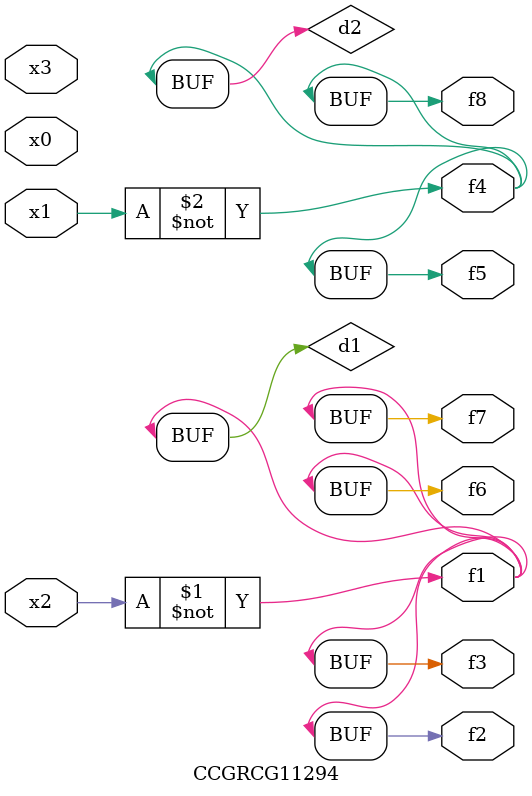
<source format=v>
module CCGRCG11294(
	input x0, x1, x2, x3,
	output f1, f2, f3, f4, f5, f6, f7, f8
);

	wire d1, d2;

	xnor (d1, x2);
	not (d2, x1);
	assign f1 = d1;
	assign f2 = d1;
	assign f3 = d1;
	assign f4 = d2;
	assign f5 = d2;
	assign f6 = d1;
	assign f7 = d1;
	assign f8 = d2;
endmodule

</source>
